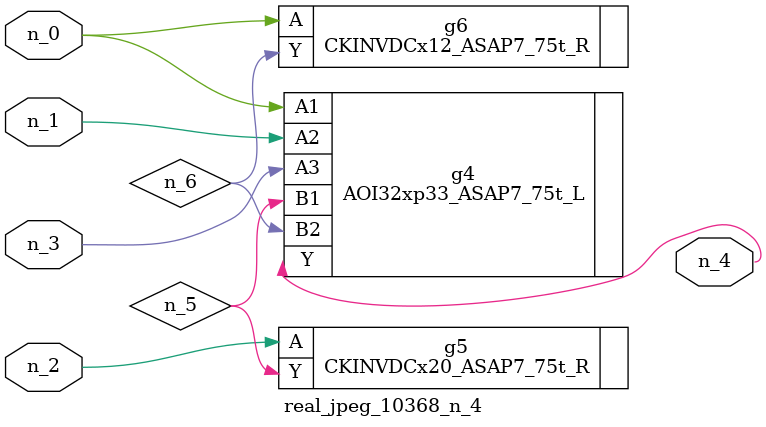
<source format=v>
module real_jpeg_10368_n_4 (n_3, n_1, n_0, n_2, n_4);

input n_3;
input n_1;
input n_0;
input n_2;

output n_4;

wire n_5;
wire n_6;

AOI32xp33_ASAP7_75t_L g4 ( 
.A1(n_0),
.A2(n_1),
.A3(n_3),
.B1(n_5),
.B2(n_6),
.Y(n_4)
);

CKINVDCx12_ASAP7_75t_R g6 ( 
.A(n_0),
.Y(n_6)
);

CKINVDCx20_ASAP7_75t_R g5 ( 
.A(n_2),
.Y(n_5)
);


endmodule
</source>
